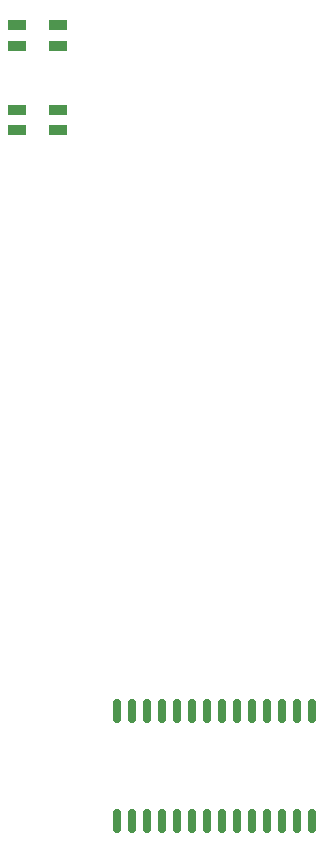
<source format=gbr>
%TF.GenerationSoftware,KiCad,Pcbnew,9.0.0*%
%TF.CreationDate,2025-04-11T15:20:30-07:00*%
%TF.ProjectId,hackpad,6861636b-7061-4642-9e6b-696361645f70,rev?*%
%TF.SameCoordinates,Original*%
%TF.FileFunction,Paste,Top*%
%TF.FilePolarity,Positive*%
%FSLAX46Y46*%
G04 Gerber Fmt 4.6, Leading zero omitted, Abs format (unit mm)*
G04 Created by KiCad (PCBNEW 9.0.0) date 2025-04-11 15:20:30*
%MOMM*%
%LPD*%
G01*
G04 APERTURE LIST*
G04 Aperture macros list*
%AMRoundRect*
0 Rectangle with rounded corners*
0 $1 Rounding radius*
0 $2 $3 $4 $5 $6 $7 $8 $9 X,Y pos of 4 corners*
0 Add a 4 corners polygon primitive as box body*
4,1,4,$2,$3,$4,$5,$6,$7,$8,$9,$2,$3,0*
0 Add four circle primitives for the rounded corners*
1,1,$1+$1,$2,$3*
1,1,$1+$1,$4,$5*
1,1,$1+$1,$6,$7*
1,1,$1+$1,$8,$9*
0 Add four rect primitives between the rounded corners*
20,1,$1+$1,$2,$3,$4,$5,0*
20,1,$1+$1,$4,$5,$6,$7,0*
20,1,$1+$1,$6,$7,$8,$9,0*
20,1,$1+$1,$8,$9,$2,$3,0*%
G04 Aperture macros list end*
%ADD10R,1.600000X0.850000*%
%ADD11RoundRect,0.150000X0.150000X-0.875000X0.150000X0.875000X-0.150000X0.875000X-0.150000X-0.875000X0*%
G04 APERTURE END LIST*
D10*
%TO.C,D1*%
X143506250Y-80087500D03*
X143506250Y-81837500D03*
X147006250Y-81837500D03*
X147006250Y-80087500D03*
%TD*%
%TO.C,D2*%
X143506250Y-72943750D03*
X143506250Y-74693750D03*
X147006250Y-74693750D03*
X147006250Y-72943750D03*
%TD*%
D11*
%TO.C,U2*%
X151923750Y-140268750D03*
X153193750Y-140268750D03*
X154463750Y-140268750D03*
X155733750Y-140268750D03*
X157003750Y-140268750D03*
X158273750Y-140268750D03*
X159543750Y-140268750D03*
X160813750Y-140268750D03*
X162083750Y-140268750D03*
X163353750Y-140268750D03*
X164623750Y-140268750D03*
X165893750Y-140268750D03*
X167163750Y-140268750D03*
X168433750Y-140268750D03*
X168433750Y-130968750D03*
X167163750Y-130968750D03*
X165893750Y-130968750D03*
X164623750Y-130968750D03*
X163353750Y-130968750D03*
X162083750Y-130968750D03*
X160813750Y-130968750D03*
X159543750Y-130968750D03*
X158273750Y-130968750D03*
X157003750Y-130968750D03*
X155733750Y-130968750D03*
X154463750Y-130968750D03*
X153193750Y-130968750D03*
X151923750Y-130968750D03*
%TD*%
M02*

</source>
